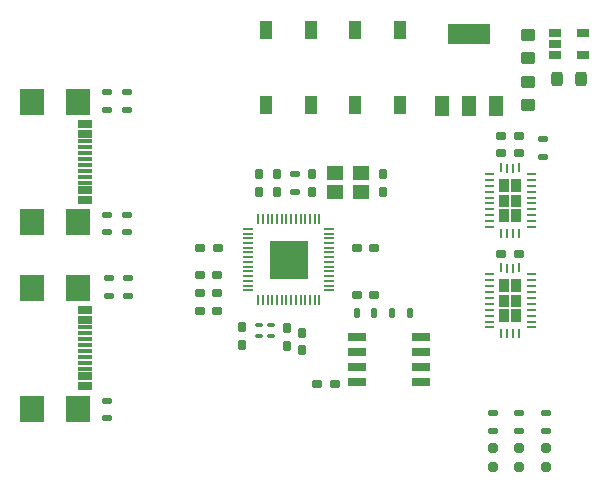
<source format=gtp>
%FSLAX46Y46*%
%MOMM*%
%AMPS31*
4,1,4,
-0.365000,3.125000,
-0.187500,3.125000,
-0.187500,2.370000,
-0.365000,2.370000,
-0.365000,3.125000,
0*
4,1,4,
-0.925000,0.550000,
-0.100000,0.550000,
-0.100000,-0.550000,
-0.925000,-0.550000,
-0.925000,0.550000,
0*
4,1,4,
0.075000,0.550000,
0.900000,0.550000,
0.900000,-0.550000,
0.075000,-0.550000,
0.075000,0.550000,
0*
4,1,4,
-0.925000,-0.700000,
-0.100000,-0.700000,
-0.100000,-1.800000,
-0.925000,-1.800000,
-0.925000,-0.700000,
0*
4,1,4,
0.075000,1.825000,
0.900000,1.825000,
0.900000,0.725000,
0.075000,0.725000,
0.075000,1.825000,
0*
4,1,4,
-0.365000,-2.370000,
-0.185000,-2.370000,
-0.185000,-3.125000,
-0.365000,-3.125000,
-0.365000,-2.370000,
0*
4,1,4,
0.185000,-2.370000,
0.365000,-2.370000,
0.365000,-3.125000,
0.185000,-3.125000,
0.185000,-2.370000,
0*
4,1,4,
-0.925000,1.825000,
-0.100000,1.825000,
-0.100000,0.725000,
-0.925000,0.725000,
-0.925000,1.825000,
0*
4,1,4,
0.185000,3.125000,
0.365000,3.125000,
0.365000,2.370000,
0.185000,2.370000,
0.185000,3.125000,
0*
4,1,4,
0.075000,-0.700000,
0.900000,-0.700000,
0.900000,-1.800000,
0.075000,-1.800000,
0.075000,-0.700000,
0*
%
%ADD31PS31*%
%AMPS15*
21,1,1.000000,1.600000,0.000000,0.000000,0.000000*
%
%ADD15PS15*%
%AMPS14*
21,1,1.000000,1.600000,0.000000,0.000000,180.000000*
%
%ADD14PS14*%
%AMPS33*
21,1,0.200000,0.875000,0.000000,0.000000,0.000000*
%
%ADD33PS33*%
%AMPS35*
21,1,0.200000,0.875000,0.000000,0.000000,90.000000*
%
%ADD35PS35*%
%AMPS32*
21,1,0.200000,0.875000,0.000000,0.000000,180.000000*
%
%ADD32PS32*%
%AMPS34*
21,1,0.200000,0.875000,0.000000,0.000000,270.000000*
%
%ADD34PS34*%
%AMPS10*
21,1,0.600000,1.500000,0.000000,0.000000,90.000000*
%
%ADD10PS10*%
%AMPS11*
21,1,0.600000,1.500000,0.000000,0.000000,270.000000*
%
%ADD11PS11*%
%AMPS21*
21,1,1.250000,1.750000,0.000000,0.000000,0.000000*
%
%ADD21PS21*%
%AMPS38*
21,1,0.600000,1.150000,0.000000,0.000000,270.000000*
%
%ADD38PS38*%
%AMPS36*
21,1,3.200000,3.200000,0.000000,0.000000,180.000000*
%
%ADD36PS36*%
%AMPS22*
21,1,3.500000,1.750000,0.000000,0.000000,0.000000*
%
%ADD22PS22*%
%AMPS39*
21,1,2.180000,2.000000,0.000000,0.000000,270.000000*
%
%ADD39PS39*%
%AMPS40*
21,1,0.300000,1.150000,0.000000,0.000000,270.000000*
%
%ADD40PS40*%
%AMPS17*
21,1,0.700000,1.000000,0.000000,0.000000,270.000000*
%
%ADD17PS17*%
%AMPS42*
21,1,1.400000,1.200000,0.000000,0.000000,0.000000*
%
%ADD42PS42*%
%AMPS12*
1,1,0.200000,0.200000,-0.100000*
1,1,0.200000,-0.200000,-0.100000*
21,1,0.400000,0.400000,0.000000,0.000000,90.000000*
21,1,0.200000,0.600000,0.000000,0.000000,90.000000*
1,1,0.200000,0.200000,0.100000*
1,1,0.200000,-0.200000,0.100000*
%
%ADD12PS12*%
%AMPS41*
1,1,0.360000,-0.220000,-0.195000*
1,1,0.360000,-0.220000,0.195000*
21,1,0.800000,0.390000,0.000000,0.000000,0.000000*
21,1,0.440000,0.750000,0.000000,0.000000,0.000000*
1,1,0.360000,0.220000,-0.195000*
1,1,0.360000,0.220000,0.195000*
%
%ADD41PS41*%
%AMPS23*
1,1,0.360000,0.195000,-0.220000*
1,1,0.360000,-0.195000,-0.220000*
21,1,0.800000,0.390000,0.000000,0.000000,90.000000*
21,1,0.440000,0.750000,0.000000,0.000000,90.000000*
1,1,0.360000,0.195000,0.220000*
1,1,0.360000,-0.195000,0.220000*
%
%ADD23PS23*%
%AMPS13*
1,1,0.360000,0.220000,0.195000*
1,1,0.360000,0.220000,-0.195000*
21,1,0.800000,0.390000,0.000000,0.000000,180.000000*
21,1,0.440000,0.750000,0.000000,0.000000,180.000000*
1,1,0.360000,-0.220000,0.195000*
1,1,0.360000,-0.220000,-0.195000*
%
%ADD13PS13*%
%AMPS25*
1,1,0.360000,-0.195000,0.220000*
1,1,0.360000,0.195000,0.220000*
21,1,0.800000,0.390000,0.000000,0.000000,270.000000*
21,1,0.440000,0.750000,0.000000,0.000000,270.000000*
1,1,0.360000,-0.195000,-0.220000*
1,1,0.360000,0.195000,-0.220000*
%
%ADD25PS25*%
%AMPS24*
1,1,0.360000,0.220000,-0.220000*
1,1,0.360000,-0.220000,-0.220000*
21,1,0.800000,0.440000,0.000000,0.000000,90.000000*
21,1,0.440000,0.800000,0.000000,0.000000,90.000000*
1,1,0.360000,0.220000,0.220000*
1,1,0.360000,-0.220000,0.220000*
%
%ADD24PS24*%
%AMPS19*
1,1,0.500000,0.375000,-0.250000*
1,1,0.500000,-0.375000,-0.250000*
21,1,1.000000,0.750000,0.000000,0.000000,90.000000*
21,1,0.500000,1.250000,0.000000,0.000000,90.000000*
1,1,0.500000,0.375000,0.250000*
1,1,0.500000,-0.375000,0.250000*
%
%ADD19PS19*%
%AMPS26*
1,1,0.500000,0.250000,0.375000*
1,1,0.500000,0.250000,-0.375000*
21,1,1.000000,0.750000,0.000000,0.000000,180.000000*
21,1,0.500000,1.250000,0.000000,0.000000,180.000000*
1,1,0.500000,-0.250000,0.375000*
1,1,0.500000,-0.250000,-0.375000*
%
%ADD26PS26*%
%AMPS37*
1,1,0.500000,-0.375000,0.250000*
1,1,0.500000,0.375000,0.250000*
21,1,1.000000,0.750000,0.000000,0.000000,270.000000*
21,1,0.500000,1.250000,0.000000,0.000000,270.000000*
1,1,0.500000,-0.375000,-0.250000*
1,1,0.500000,0.375000,-0.250000*
%
%ADD37PS37*%
%AMPS20*
1,1,0.240000,-0.130000,-0.330000*
1,1,0.240000,-0.130000,0.330000*
21,1,0.500000,0.660000,0.000000,0.000000,0.000000*
21,1,0.260000,0.900000,0.000000,0.000000,0.000000*
1,1,0.240000,0.130000,-0.330000*
1,1,0.240000,0.130000,0.330000*
%
%ADD20PS20*%
%AMPS18*
1,1,0.240000,0.330000,-0.130000*
1,1,0.240000,-0.330000,-0.130000*
21,1,0.500000,0.660000,0.000000,0.000000,90.000000*
21,1,0.260000,0.900000,0.000000,0.000000,90.000000*
1,1,0.240000,0.330000,0.130000*
1,1,0.240000,-0.330000,0.130000*
%
%ADD18PS18*%
%AMPS16*
1,1,0.240000,-0.330000,0.130000*
1,1,0.240000,0.330000,0.130000*
21,1,0.500000,0.660000,0.000000,0.000000,270.000000*
21,1,0.260000,0.900000,0.000000,0.000000,270.000000*
1,1,0.240000,-0.330000,-0.130000*
1,1,0.240000,0.330000,-0.130000*
%
%ADD16PS16*%
%AMPS29*
1,1,0.230000,0.000000,0.285000*
4,1,4,
-0.115000,-0.400000,
-0.115000,0.285000,
0.115000,0.285000,
0.115000,-0.400000,
-0.115000,-0.400000,
0*
%
%ADD29PS29*%
%AMPS28*
1,1,0.230000,-0.285000,0.000000*
4,1,4,
0.400000,-0.115000,
-0.285000,-0.115000,
-0.285000,0.115000,
0.400000,0.115000,
0.400000,-0.115000,
0*
%
%ADD28PS28*%
%AMPS30*
1,1,0.230000,0.000000,-0.285000*
4,1,4,
0.115000,0.400000,
0.115000,-0.285000,
-0.115000,-0.285000,
-0.115000,0.400000,
0.115000,0.400000,
0*
%
%ADD30PS30*%
%AMPS27*
1,1,0.230000,0.285000,0.000000*
4,1,4,
-0.400000,0.115000,
0.285000,0.115000,
0.285000,-0.115000,
-0.400000,-0.115000,
-0.400000,0.115000,
0*
%
%ADD27PS27*%
G01*
G01*
%LPD*%
G75*
D10*
X-32050000Y-10135000D03*
D10*
X-32050000Y-7595000D03*
D11*
X-37450000Y-10135000D03*
D10*
X-32050000Y-11405000D03*
D10*
X-32050000Y-8865000D03*
D11*
X-37450000Y-7595000D03*
D11*
X-37450000Y-8865000D03*
D11*
X-37450000Y-11405000D03*
D12*
X-44750000Y-7450000D03*
D12*
X-44750000Y-6550000D03*
D13*
X-50780000Y-24000D03*
D13*
X-49280000Y-24000D03*
D14*
X-41350000Y18450000D03*
D15*
X-45150000Y12050000D03*
D15*
X-41350000Y12050000D03*
D14*
X-45150000Y18450000D03*
D16*
X-23732000Y-14018000D03*
D16*
X-23732000Y-15518000D03*
D17*
X-20700000Y17250000D03*
D17*
X-18300000Y16300000D03*
D17*
X-20700000Y18200000D03*
D17*
X-18300000Y18200000D03*
D17*
X-20700000Y16300000D03*
D16*
X-58624000Y2798000D03*
D16*
X-58624000Y1298000D03*
D16*
X-21464000Y-14018000D03*
D16*
X-21464000Y-15518000D03*
D18*
X-56960000Y11666000D03*
D18*
X-56960000Y13166000D03*
D19*
X-22999992Y12050056D03*
D19*
X-22999992Y14050056D03*
D16*
X-56960000Y2798000D03*
D16*
X-56960000Y1298000D03*
D20*
X-37500000Y-5500000D03*
D20*
X-36000000Y-5500000D03*
D16*
X-21760000Y9198000D03*
D16*
X-21760000Y7698000D03*
D21*
X-25700000Y12000000D03*
D21*
X-28000000Y12000000D03*
D21*
X-30300000Y12000000D03*
D22*
X-28000000Y18100000D03*
D23*
X-45750000Y6250000D03*
D23*
X-45750000Y4750000D03*
D24*
X-23732000Y-18568000D03*
D24*
X-23732000Y-16968000D03*
D25*
X-47250000Y-8250000D03*
D25*
X-47250000Y-6750000D03*
D25*
X-35250000Y4750000D03*
D25*
X-35250000Y6250000D03*
D23*
X-44250000Y6250000D03*
D23*
X-44250000Y4750000D03*
D26*
X-18500056Y14250008D03*
D26*
X-20500056Y14250008D03*
D27*
X-26250000Y-4750000D03*
D28*
X-22750000Y-4750000D03*
D28*
X-22750000Y-4250000D03*
D28*
X-22750000Y-2250000D03*
D27*
X-26250000Y-3750000D03*
D28*
X-22750000Y-3250000D03*
D27*
X-26250000Y-5750000D03*
D27*
X-26250000Y-6250000D03*
D27*
X-26250000Y-5250000D03*
D28*
X-22750000Y-6250000D03*
D27*
X-26250000Y-2750000D03*
D29*
X-23750000Y-7250000D03*
D27*
X-26250000Y-4250000D03*
D28*
X-22750000Y-5250000D03*
D27*
X-26250000Y-2250000D03*
D30*
X-23750000Y-1750000D03*
D29*
X-25250000Y-7250000D03*
D27*
X-26250000Y-6750000D03*
D28*
X-22750000Y-6750000D03*
D28*
X-22750000Y-5750000D03*
D27*
X-26250000Y-3250000D03*
D28*
X-22750000Y-3750000D03*
D31*
X-24500000Y-4500000D03*
D28*
X-22750000Y-2750000D03*
D30*
X-25250000Y-1750000D03*
D13*
X-25250000Y-500000D03*
D13*
X-23750000Y-500000D03*
D15*
X-37650000Y12050000D03*
D14*
X-33850000Y18450000D03*
D14*
X-37650000Y18450000D03*
D15*
X-33850000Y12050000D03*
D13*
X-40836000Y-11524000D03*
D13*
X-39336000Y-11524000D03*
D23*
X-41250000Y6250000D03*
D23*
X-41250000Y4750000D03*
D32*
X-43050000Y2437500D03*
D33*
X-41450000Y-4437500D03*
D33*
X-41050000Y-4437500D03*
D34*
X-46687500Y-2400000D03*
D32*
X-40650000Y2437500D03*
D34*
X-46687500Y-2000000D03*
D32*
X-42250000Y2437500D03*
D33*
X-45050000Y-4437500D03*
D34*
X-46687500Y-1600000D03*
D34*
X-46687500Y1600000D03*
D34*
X-46687500Y800000D03*
D33*
X-42250000Y-4437500D03*
D34*
X-46687500Y-400000D03*
D35*
X-39812500Y1200000D03*
D35*
X-39812500Y-3600000D03*
D33*
X-44250000Y-4437500D03*
D32*
X-45050000Y2437500D03*
D35*
X-39812500Y-400000D03*
D32*
X-41050000Y2437500D03*
D33*
X-43050000Y-4437500D03*
D35*
X-39812500Y0D03*
D35*
X-39812500Y-1600000D03*
D33*
X-40650000Y-4437500D03*
D35*
X-39812500Y-2800000D03*
D32*
X-43450000Y2437500D03*
D34*
X-46687500Y-3200000D03*
D32*
X-41850000Y2437500D03*
D33*
X-43850000Y-4437500D03*
D35*
X-39812500Y-1200000D03*
D32*
X-41450000Y2437500D03*
D32*
X-45450000Y2437500D03*
D33*
X-45450000Y-4437500D03*
D35*
X-39812500Y-3200000D03*
D35*
X-39812500Y-800000D03*
D34*
X-46687500Y0D03*
D33*
X-44650000Y-4437500D03*
D33*
X-42650000Y-4437500D03*
D35*
X-39812500Y-2400000D03*
D34*
X-46687500Y-2800000D03*
D34*
X-46687500Y-800000D03*
D32*
X-42650000Y2437500D03*
D34*
X-46687500Y400000D03*
D32*
X-45850000Y2437500D03*
D32*
X-44250000Y2437500D03*
D33*
X-41850000Y-4437500D03*
D35*
X-39812500Y-2000000D03*
D34*
X-46687500Y1200000D03*
D32*
X-43850000Y2437500D03*
D35*
X-39812500Y400000D03*
D33*
X-43450000Y-4437500D03*
D34*
X-46687500Y-1200000D03*
D33*
X-45850000Y-4437500D03*
D35*
X-39812500Y800000D03*
D32*
X-44650000Y2437500D03*
D36*
X-43250000Y-1000000D03*
D35*
X-39812500Y1600000D03*
D34*
X-46687500Y-3600000D03*
D13*
X-25250000Y8000000D03*
D13*
X-23750000Y8000000D03*
D37*
X-23000008Y18049944D03*
D37*
X-23000008Y16049944D03*
D38*
X-60495000Y4050000D03*
D39*
X-61070000Y12360000D03*
D40*
X-60495000Y8500000D03*
D39*
X-65000000Y2140000D03*
D40*
X-60495000Y6000000D03*
D39*
X-61070000Y2140000D03*
D40*
X-60495000Y7500000D03*
D40*
X-60495000Y9000000D03*
D40*
X-60495000Y5500000D03*
D38*
X-60495000Y9650000D03*
D39*
X-65000000Y12360000D03*
D40*
X-60495000Y7000000D03*
D38*
X-60495000Y4850000D03*
D38*
X-60495000Y10450000D03*
D40*
X-60495000Y8000000D03*
D40*
X-60495000Y6500000D03*
D41*
X-36000000Y-4000000D03*
D41*
X-37500000Y-4000000D03*
D18*
X-58624000Y11666000D03*
D18*
X-58624000Y13166000D03*
D41*
X-36000000Y0D03*
D41*
X-37500000Y0D03*
D25*
X-43392000Y-8302000D03*
D25*
X-43392000Y-6802000D03*
D16*
X-58624000Y-12946000D03*
D16*
X-58624000Y-14446000D03*
D18*
X-56850000Y-4078000D03*
D18*
X-56850000Y-2578000D03*
D38*
X-60495000Y-11700000D03*
D39*
X-61070000Y-3390000D03*
D40*
X-60495000Y-7250000D03*
D39*
X-65000000Y-13610000D03*
D40*
X-60495000Y-9750000D03*
D39*
X-61070000Y-13610000D03*
D40*
X-60495000Y-8250000D03*
D40*
X-60495000Y-6750000D03*
D40*
X-60495000Y-10250000D03*
D38*
X-60495000Y-6100000D03*
D39*
X-65000000Y-3390000D03*
D40*
X-60495000Y-8750000D03*
D38*
X-60495000Y-10900000D03*
D38*
X-60495000Y-5300000D03*
D40*
X-60495000Y-7750000D03*
D40*
X-60495000Y-9250000D03*
D27*
X-26250000Y3750000D03*
D28*
X-22750000Y3750000D03*
D28*
X-22750000Y4250000D03*
D28*
X-22750000Y6250000D03*
D27*
X-26250000Y4750000D03*
D28*
X-22750000Y5250000D03*
D27*
X-26250000Y2750000D03*
D27*
X-26250000Y2250000D03*
D27*
X-26250000Y3250000D03*
D28*
X-22750000Y2250000D03*
D27*
X-26250000Y5750000D03*
D29*
X-23750000Y1250000D03*
D27*
X-26250000Y4250000D03*
D28*
X-22750000Y3250000D03*
D27*
X-26250000Y6250000D03*
D30*
X-23750000Y6750000D03*
D29*
X-25250000Y1250000D03*
D27*
X-26250000Y1750000D03*
D28*
X-22750000Y1750000D03*
D28*
X-22750000Y2750000D03*
D27*
X-26250000Y5250000D03*
D28*
X-22750000Y4750000D03*
D31*
X-24500000Y4000000D03*
D28*
X-22750000Y5750000D03*
D30*
X-25250000Y6750000D03*
D20*
X-34500000Y-5500000D03*
D20*
X-33000000Y-5500000D03*
D18*
X-58496000Y-4078000D03*
D18*
X-58496000Y-2578000D03*
D13*
X-25250000Y9500000D03*
D13*
X-23750000Y9500000D03*
D16*
X-42750000Y6250000D03*
D16*
X-42750000Y4750000D03*
D16*
X-26000000Y-14018000D03*
D16*
X-26000000Y-15518000D03*
D24*
X-21464000Y-18568000D03*
D24*
X-21464000Y-16968000D03*
D12*
X-45750000Y-7450000D03*
D12*
X-45750000Y-6550000D03*
D42*
X-37150000Y6300000D03*
D42*
X-39350000Y6300000D03*
D42*
X-39350000Y4700000D03*
D42*
X-37150000Y4700000D03*
D13*
X-50798000Y-3840000D03*
D13*
X-49298000Y-3840000D03*
D13*
X-50798000Y-2304000D03*
D13*
X-49298000Y-2304000D03*
D25*
X-42112000Y-8686000D03*
D25*
X-42112000Y-7186000D03*
D24*
X-26000000Y-18568000D03*
D24*
X-26000000Y-16968000D03*
D13*
X-50798000Y-5376000D03*
D13*
X-49298000Y-5376000D03*
M02*

</source>
